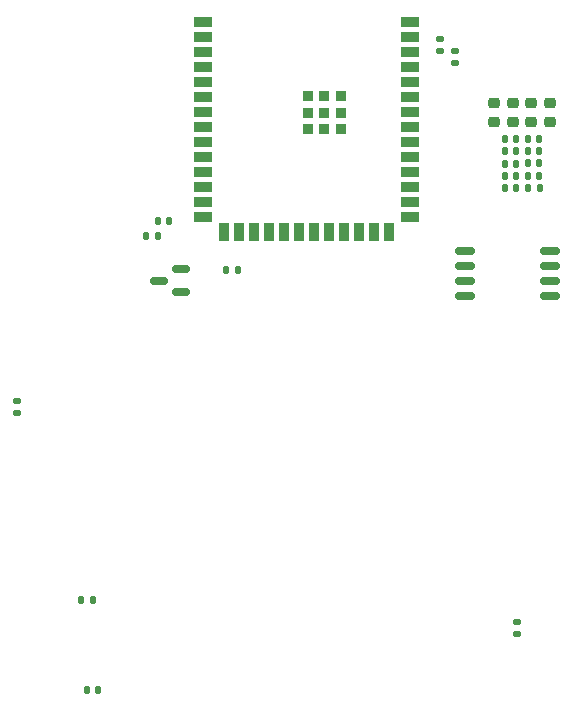
<source format=gbr>
%TF.GenerationSoftware,KiCad,Pcbnew,9.0.2*%
%TF.CreationDate,2025-06-14T23:39:35+05:30*%
%TF.ProjectId,ir hub,69722068-7562-42e6-9b69-6361645f7063,rev?*%
%TF.SameCoordinates,Original*%
%TF.FileFunction,Paste,Bot*%
%TF.FilePolarity,Positive*%
%FSLAX46Y46*%
G04 Gerber Fmt 4.6, Leading zero omitted, Abs format (unit mm)*
G04 Created by KiCad (PCBNEW 9.0.2) date 2025-06-14 23:39:35*
%MOMM*%
%LPD*%
G01*
G04 APERTURE LIST*
G04 Aperture macros list*
%AMRoundRect*
0 Rectangle with rounded corners*
0 $1 Rounding radius*
0 $2 $3 $4 $5 $6 $7 $8 $9 X,Y pos of 4 corners*
0 Add a 4 corners polygon primitive as box body*
4,1,4,$2,$3,$4,$5,$6,$7,$8,$9,$2,$3,0*
0 Add four circle primitives for the rounded corners*
1,1,$1+$1,$2,$3*
1,1,$1+$1,$4,$5*
1,1,$1+$1,$6,$7*
1,1,$1+$1,$8,$9*
0 Add four rect primitives between the rounded corners*
20,1,$1+$1,$2,$3,$4,$5,0*
20,1,$1+$1,$4,$5,$6,$7,0*
20,1,$1+$1,$6,$7,$8,$9,0*
20,1,$1+$1,$8,$9,$2,$3,0*%
G04 Aperture macros list end*
%ADD10RoundRect,0.135000X0.135000X0.185000X-0.135000X0.185000X-0.135000X-0.185000X0.135000X-0.185000X0*%
%ADD11RoundRect,0.135000X-0.135000X-0.185000X0.135000X-0.185000X0.135000X0.185000X-0.135000X0.185000X0*%
%ADD12RoundRect,0.140000X-0.140000X-0.170000X0.140000X-0.170000X0.140000X0.170000X-0.140000X0.170000X0*%
%ADD13RoundRect,0.150000X0.587500X0.150000X-0.587500X0.150000X-0.587500X-0.150000X0.587500X-0.150000X0*%
%ADD14RoundRect,0.225000X-0.250000X0.225000X-0.250000X-0.225000X0.250000X-0.225000X0.250000X0.225000X0*%
%ADD15RoundRect,0.135000X-0.185000X0.135000X-0.185000X-0.135000X0.185000X-0.135000X0.185000X0.135000X0*%
%ADD16RoundRect,0.140000X-0.170000X0.140000X-0.170000X-0.140000X0.170000X-0.140000X0.170000X0.140000X0*%
%ADD17RoundRect,0.225000X0.250000X-0.225000X0.250000X0.225000X-0.250000X0.225000X-0.250000X-0.225000X0*%
%ADD18R,0.900000X0.900000*%
%ADD19R,1.500000X0.900000*%
%ADD20R,0.900000X1.500000*%
%ADD21RoundRect,0.162500X0.650000X0.162500X-0.650000X0.162500X-0.650000X-0.162500X0.650000X-0.162500X0*%
%ADD22RoundRect,0.135000X0.185000X-0.135000X0.185000X0.135000X-0.185000X0.135000X-0.185000X-0.135000X0*%
G04 APERTURE END LIST*
D10*
%TO.C,R8*%
X148081600Y-73270500D03*
X147061600Y-73270500D03*
%TD*%
D11*
%TO.C,R11*%
X140255900Y-70396100D03*
X141275900Y-70396100D03*
%TD*%
D12*
%TO.C,C9*%
X172618000Y-66367600D03*
X173578000Y-66367600D03*
%TD*%
%TO.C,C1*%
X135233700Y-108885800D03*
X136193700Y-108885800D03*
%TD*%
D13*
%TO.C,Q1*%
X143240400Y-73243900D03*
X143240400Y-75143900D03*
X141365400Y-74193900D03*
%TD*%
D14*
%TO.C,C20*%
X174462900Y-59182400D03*
X174462900Y-60732400D03*
%TD*%
D10*
%TO.C,R5*%
X135781300Y-101214300D03*
X134761300Y-101214300D03*
%TD*%
D15*
%TO.C,R10*%
X165179000Y-53754400D03*
X165179000Y-54774400D03*
%TD*%
D12*
%TO.C,C22*%
X141273000Y-69185200D03*
X142233000Y-69185200D03*
%TD*%
%TO.C,C21*%
X170655100Y-66366900D03*
X171615100Y-66366900D03*
%TD*%
%TO.C,C16*%
X170655100Y-63226500D03*
X171615100Y-63226500D03*
%TD*%
%TO.C,C11*%
X172609800Y-64271900D03*
X173569800Y-64271900D03*
%TD*%
D15*
%TO.C,R9*%
X171667600Y-103124800D03*
X171667600Y-104144800D03*
%TD*%
D12*
%TO.C,C13*%
X172613900Y-62176100D03*
X173573900Y-62176100D03*
%TD*%
%TO.C,C17*%
X170650700Y-64276200D03*
X171610700Y-64276200D03*
%TD*%
%TO.C,C15*%
X170650700Y-62181200D03*
X171610700Y-62181200D03*
%TD*%
D16*
%TO.C,C7*%
X166389800Y-54787600D03*
X166389800Y-55747600D03*
%TD*%
D12*
%TO.C,C12*%
X172613900Y-63224000D03*
X173573900Y-63224000D03*
%TD*%
D17*
%TO.C,C8*%
X169736600Y-60722100D03*
X169736600Y-59172100D03*
%TD*%
D18*
%TO.C,U5*%
X156749494Y-61395400D03*
X156745100Y-59995400D03*
X156745100Y-58595400D03*
X155349494Y-61395400D03*
X155345100Y-59995400D03*
X155345100Y-58595400D03*
X153949494Y-61395400D03*
X153945100Y-59995400D03*
X153945100Y-58595400D03*
D19*
X162595100Y-52275400D03*
X162595100Y-53545400D03*
X162595100Y-54815400D03*
X162595100Y-56085400D03*
X162595100Y-57355400D03*
X162595100Y-58625400D03*
X162595100Y-59895400D03*
X162595100Y-61165400D03*
X162595100Y-62435400D03*
X162595100Y-63705400D03*
X162595100Y-64975400D03*
X162595100Y-66245400D03*
X162595100Y-67515400D03*
X162595100Y-68785400D03*
D20*
X160830100Y-70035400D03*
X159560100Y-70035400D03*
X158290100Y-70035400D03*
X157020100Y-70035400D03*
X155750100Y-70035400D03*
X154480100Y-70035400D03*
X153210100Y-70035400D03*
X151940100Y-70035400D03*
X150670100Y-70035400D03*
X149400100Y-70035400D03*
X148130100Y-70035400D03*
X146860100Y-70035400D03*
D19*
X145095100Y-68785400D03*
X145095100Y-67515400D03*
X145095100Y-66245400D03*
X145095100Y-64975400D03*
X145095100Y-63705400D03*
X145095100Y-62435400D03*
X145095100Y-61165400D03*
X145095100Y-59895400D03*
X145095100Y-58625400D03*
X145095100Y-57355400D03*
X145095100Y-56085400D03*
X145095100Y-54815400D03*
X145095100Y-53545400D03*
X145095100Y-52275400D03*
%TD*%
D17*
%TO.C,C19*%
X172879600Y-60732400D03*
X172879600Y-59182400D03*
%TD*%
D12*
%TO.C,C18*%
X170655100Y-65321600D03*
X171615100Y-65321600D03*
%TD*%
%TO.C,C10*%
X172608700Y-65319500D03*
X173568700Y-65319500D03*
%TD*%
D17*
%TO.C,C14*%
X171301000Y-60733100D03*
X171301000Y-59183100D03*
%TD*%
D21*
%TO.C,U6*%
X174470000Y-71687900D03*
X174470000Y-72957900D03*
X174470000Y-74227900D03*
X174470000Y-75497900D03*
X167295000Y-75497900D03*
X167295000Y-74227900D03*
X167295000Y-72957900D03*
X167295000Y-71687900D03*
%TD*%
D22*
%TO.C,R1*%
X129374700Y-85368400D03*
X129374700Y-84348400D03*
%TD*%
M02*

</source>
